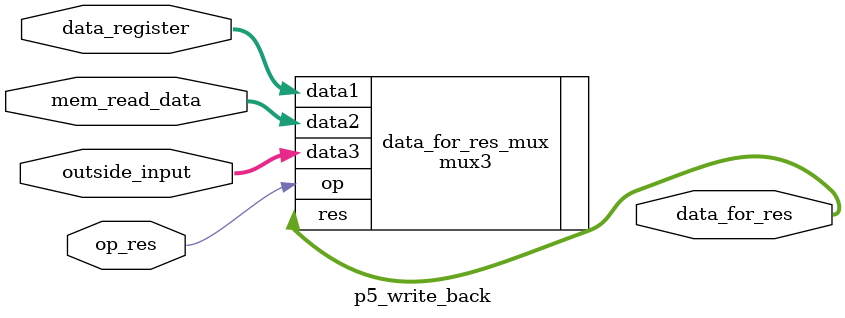
<source format=v>
module p5_write_back(

  //DRの内容
  input [15:0] data_register,

  //メモリから取り出した内容
  input [15:0] mem_read_data,

  // 外部入力
  input [15:0] outside_input,

  //出力を決める制御線
  input op_res,

  //書き込みデータ
  output [15:0] data_for_res);


  mux3 #(.WIDTH(16)) data_for_res_mux(
    .data1(data_register),
    .data2(mem_read_data),
    .data3(outside_input),
    .op(op_res),
    .res(data_for_res));

  

endmodule

</source>
